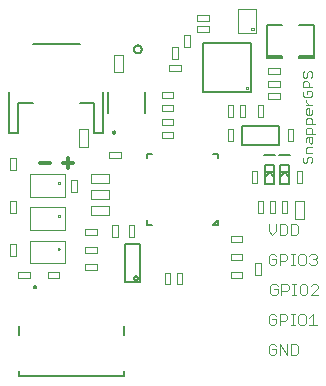
<source format=gbr>
G04 EAGLE Gerber RS-274X export*
G75*
%MOMM*%
%FSLAX34Y34*%
%LPD*%
%INSilkscreen Top*%
%IPPOS*%
%AMOC8*
5,1,8,0,0,1.08239X$1,22.5*%
G01*
%ADD10C,0.076200*%
%ADD11C,0.304800*%
%ADD12C,0.127000*%
%ADD13C,0.203200*%
%ADD14C,0.100000*%
%ADD15C,0.152400*%
%ADD16C,0.200000*%
%ADD17C,0.101600*%


D10*
X258016Y190081D02*
X256660Y188725D01*
X256660Y186014D01*
X258016Y184658D01*
X259372Y184658D01*
X260728Y186014D01*
X260728Y188725D01*
X262083Y190081D01*
X263439Y190081D01*
X264795Y188725D01*
X264795Y186014D01*
X263439Y184658D01*
X264795Y192844D02*
X259372Y192844D01*
X259372Y196911D01*
X260728Y198267D01*
X264795Y198267D01*
X259372Y202385D02*
X259372Y205097D01*
X260728Y206453D01*
X264795Y206453D01*
X264795Y202385D01*
X263439Y201030D01*
X262083Y202385D01*
X262083Y206453D01*
X259372Y209215D02*
X267507Y209215D01*
X259372Y209215D02*
X259372Y213283D01*
X260728Y214639D01*
X263439Y214639D01*
X264795Y213283D01*
X264795Y209215D01*
X267507Y217401D02*
X259372Y217401D01*
X259372Y221469D01*
X260728Y222824D01*
X263439Y222824D01*
X264795Y221469D01*
X264795Y217401D01*
X264795Y226943D02*
X264795Y229654D01*
X264795Y226943D02*
X263439Y225587D01*
X260728Y225587D01*
X259372Y226943D01*
X259372Y229654D01*
X260728Y231010D01*
X262083Y231010D01*
X262083Y225587D01*
X264795Y233773D02*
X259372Y233773D01*
X262083Y233773D02*
X259372Y236484D01*
X259372Y237840D01*
X256660Y244662D02*
X258016Y246017D01*
X256660Y244662D02*
X256660Y241950D01*
X258016Y240594D01*
X263439Y240594D01*
X264795Y241950D01*
X264795Y244662D01*
X263439Y246017D01*
X260728Y246017D01*
X260728Y243306D01*
X264795Y248780D02*
X256660Y248780D01*
X256660Y252847D01*
X258016Y254203D01*
X260728Y254203D01*
X262083Y252847D01*
X262083Y248780D01*
X256660Y261033D02*
X258016Y262389D01*
X256660Y261033D02*
X256660Y258322D01*
X258016Y256966D01*
X259372Y256966D01*
X260728Y258322D01*
X260728Y261033D01*
X262083Y262389D01*
X263439Y262389D01*
X264795Y261033D01*
X264795Y258322D01*
X263439Y256966D01*
X232668Y31631D02*
X234236Y30063D01*
X232668Y31631D02*
X229533Y31631D01*
X227965Y30063D01*
X227965Y23793D01*
X229533Y22225D01*
X232668Y22225D01*
X234236Y23793D01*
X234236Y26928D01*
X231100Y26928D01*
X237320Y22225D02*
X237320Y31631D01*
X243591Y22225D01*
X243591Y31631D01*
X246675Y31631D02*
X246675Y22225D01*
X251378Y22225D01*
X252946Y23793D01*
X252946Y30063D01*
X251378Y31631D01*
X246675Y31631D01*
X234236Y106263D02*
X232668Y107831D01*
X229533Y107831D01*
X227965Y106263D01*
X227965Y99993D01*
X229533Y98425D01*
X232668Y98425D01*
X234236Y99993D01*
X234236Y103128D01*
X231100Y103128D01*
X237320Y98425D02*
X237320Y107831D01*
X242023Y107831D01*
X243591Y106263D01*
X243591Y103128D01*
X242023Y101560D01*
X237320Y101560D01*
X246675Y98425D02*
X249811Y98425D01*
X248243Y98425D02*
X248243Y107831D01*
X246675Y107831D02*
X249811Y107831D01*
X254480Y107831D02*
X257615Y107831D01*
X254480Y107831D02*
X252912Y106263D01*
X252912Y99993D01*
X254480Y98425D01*
X257615Y98425D01*
X259183Y99993D01*
X259183Y106263D01*
X257615Y107831D01*
X262267Y106263D02*
X263835Y107831D01*
X266970Y107831D01*
X268538Y106263D01*
X268538Y104696D01*
X266970Y103128D01*
X265403Y103128D01*
X266970Y103128D02*
X268538Y101560D01*
X268538Y99993D01*
X266970Y98425D01*
X263835Y98425D01*
X262267Y99993D01*
X232668Y57031D02*
X234236Y55463D01*
X232668Y57031D02*
X229533Y57031D01*
X227965Y55463D01*
X227965Y49193D01*
X229533Y47625D01*
X232668Y47625D01*
X234236Y49193D01*
X234236Y52328D01*
X231100Y52328D01*
X237320Y47625D02*
X237320Y57031D01*
X242023Y57031D01*
X243591Y55463D01*
X243591Y52328D01*
X242023Y50760D01*
X237320Y50760D01*
X246675Y47625D02*
X249811Y47625D01*
X248243Y47625D02*
X248243Y57031D01*
X246675Y57031D02*
X249811Y57031D01*
X254480Y57031D02*
X257615Y57031D01*
X254480Y57031D02*
X252912Y55463D01*
X252912Y49193D01*
X254480Y47625D01*
X257615Y47625D01*
X259183Y49193D01*
X259183Y55463D01*
X257615Y57031D01*
X262267Y53896D02*
X265403Y57031D01*
X265403Y47625D01*
X268538Y47625D02*
X262267Y47625D01*
X235506Y80863D02*
X233938Y82431D01*
X230803Y82431D01*
X229235Y80863D01*
X229235Y74593D01*
X230803Y73025D01*
X233938Y73025D01*
X235506Y74593D01*
X235506Y77728D01*
X232370Y77728D01*
X238590Y73025D02*
X238590Y82431D01*
X243293Y82431D01*
X244861Y80863D01*
X244861Y77728D01*
X243293Y76160D01*
X238590Y76160D01*
X247945Y73025D02*
X251081Y73025D01*
X249513Y73025D02*
X249513Y82431D01*
X247945Y82431D02*
X251081Y82431D01*
X255750Y82431D02*
X258885Y82431D01*
X255750Y82431D02*
X254182Y80863D01*
X254182Y74593D01*
X255750Y73025D01*
X258885Y73025D01*
X260453Y74593D01*
X260453Y80863D01*
X258885Y82431D01*
X263537Y73025D02*
X269808Y73025D01*
X263537Y73025D02*
X269808Y79296D01*
X269808Y80863D01*
X268240Y82431D01*
X265105Y82431D01*
X263537Y80863D01*
X227965Y126960D02*
X227965Y133231D01*
X227965Y126960D02*
X231100Y123825D01*
X234236Y126960D01*
X234236Y133231D01*
X237320Y133231D02*
X237320Y123825D01*
X242023Y123825D01*
X243591Y125393D01*
X243591Y131663D01*
X242023Y133231D01*
X237320Y133231D01*
X246675Y133231D02*
X246675Y123825D01*
X251378Y123825D01*
X252946Y125393D01*
X252946Y131663D01*
X251378Y133231D01*
X246675Y133231D01*
D11*
X42800Y185000D02*
X34100Y185000D01*
X53900Y184900D02*
X62600Y184900D01*
X58300Y189200D02*
X58300Y180500D01*
D10*
X216194Y99996D02*
X216194Y89996D01*
X216194Y99996D02*
X221194Y99996D01*
X221194Y89996D01*
X216194Y89996D01*
X92690Y167650D02*
X77490Y167650D01*
X77490Y175250D01*
X92690Y175250D01*
X92690Y167650D01*
X154900Y91995D02*
X154900Y81995D01*
X149900Y81995D01*
X149900Y91995D01*
X154900Y91995D01*
X223480Y142320D02*
X223480Y152320D01*
X223480Y142320D02*
X218480Y142320D01*
X218480Y152320D01*
X223480Y152320D01*
X233640Y152320D02*
X233640Y142320D01*
X228640Y142320D01*
X228640Y152320D01*
X233640Y152320D01*
X257800Y152380D02*
X257800Y137180D01*
X250200Y137180D01*
X250200Y152380D01*
X257800Y152380D01*
X144740Y91995D02*
X144740Y81995D01*
X139740Y81995D01*
X139740Y91995D01*
X144740Y91995D01*
X243800Y142320D02*
X243800Y152320D01*
X243800Y142320D02*
X238800Y142320D01*
X238800Y152320D01*
X243800Y152320D01*
X92690Y154315D02*
X77490Y154315D01*
X77490Y161915D01*
X92690Y161915D01*
X92690Y154315D01*
X92690Y140980D02*
X77490Y140980D01*
X77490Y148580D01*
X92690Y148580D01*
X92690Y140980D01*
X243880Y203280D02*
X243880Y213280D01*
X248880Y213280D01*
X248880Y203280D01*
X243880Y203280D01*
X193080Y203280D02*
X193080Y213280D01*
X198080Y213280D01*
X198080Y203280D01*
X193080Y203280D01*
D12*
X236980Y200280D02*
X236980Y216280D01*
X236980Y200280D02*
X204980Y200280D01*
X204980Y216280D01*
X236980Y216280D01*
D13*
X184940Y132560D02*
X180956Y132560D01*
X184940Y132560D02*
X184940Y136544D01*
X128924Y132560D02*
X124940Y132560D01*
X124940Y136544D01*
X124940Y192560D02*
X128924Y192560D01*
X124940Y192560D02*
X124940Y188576D01*
X180956Y192560D02*
X184940Y192560D01*
X184940Y188576D01*
X184940Y136544D02*
X180956Y132560D01*
D12*
X113855Y87376D02*
X113857Y87455D01*
X113863Y87534D01*
X113873Y87613D01*
X113886Y87691D01*
X113904Y87768D01*
X113926Y87844D01*
X113951Y87919D01*
X113980Y87993D01*
X114012Y88065D01*
X114048Y88135D01*
X114088Y88204D01*
X114131Y88271D01*
X114177Y88335D01*
X114227Y88397D01*
X114279Y88456D01*
X114334Y88513D01*
X114392Y88567D01*
X114453Y88618D01*
X114516Y88665D01*
X114581Y88710D01*
X114649Y88751D01*
X114719Y88789D01*
X114790Y88823D01*
X114863Y88854D01*
X114937Y88881D01*
X115013Y88905D01*
X115090Y88924D01*
X115167Y88940D01*
X115246Y88952D01*
X115324Y88960D01*
X115403Y88964D01*
X115483Y88964D01*
X115562Y88960D01*
X115640Y88952D01*
X115719Y88940D01*
X115796Y88924D01*
X115873Y88905D01*
X115949Y88881D01*
X116023Y88854D01*
X116096Y88823D01*
X116167Y88789D01*
X116237Y88751D01*
X116305Y88710D01*
X116370Y88665D01*
X116433Y88618D01*
X116494Y88567D01*
X116552Y88513D01*
X116607Y88456D01*
X116659Y88397D01*
X116709Y88335D01*
X116755Y88271D01*
X116798Y88204D01*
X116838Y88135D01*
X116874Y88065D01*
X116906Y87993D01*
X116935Y87919D01*
X116960Y87844D01*
X116982Y87768D01*
X117000Y87691D01*
X117013Y87613D01*
X117023Y87534D01*
X117029Y87455D01*
X117031Y87376D01*
X117029Y87297D01*
X117023Y87218D01*
X117013Y87139D01*
X117000Y87061D01*
X116982Y86984D01*
X116960Y86908D01*
X116935Y86833D01*
X116906Y86759D01*
X116874Y86687D01*
X116838Y86617D01*
X116798Y86548D01*
X116755Y86481D01*
X116709Y86417D01*
X116659Y86355D01*
X116607Y86296D01*
X116552Y86239D01*
X116494Y86185D01*
X116433Y86134D01*
X116370Y86087D01*
X116305Y86042D01*
X116237Y86001D01*
X116167Y85963D01*
X116096Y85929D01*
X116023Y85898D01*
X115949Y85871D01*
X115873Y85847D01*
X115796Y85828D01*
X115719Y85812D01*
X115640Y85800D01*
X115562Y85792D01*
X115483Y85788D01*
X115403Y85788D01*
X115324Y85792D01*
X115246Y85800D01*
X115167Y85812D01*
X115090Y85828D01*
X115013Y85847D01*
X114937Y85871D01*
X114863Y85898D01*
X114790Y85929D01*
X114719Y85963D01*
X114649Y86001D01*
X114581Y86042D01*
X114516Y86087D01*
X114453Y86134D01*
X114392Y86185D01*
X114334Y86239D01*
X114279Y86296D01*
X114227Y86355D01*
X114177Y86417D01*
X114131Y86481D01*
X114088Y86548D01*
X114048Y86617D01*
X114012Y86687D01*
X113980Y86759D01*
X113951Y86833D01*
X113926Y86908D01*
X113904Y86984D01*
X113886Y87061D01*
X113873Y87139D01*
X113863Y87218D01*
X113857Y87297D01*
X113855Y87376D01*
X105918Y84201D02*
X105918Y115951D01*
X118618Y115951D01*
X118618Y84201D01*
X105918Y84201D01*
D10*
X156504Y283290D02*
X156504Y293290D01*
X161504Y293290D01*
X161504Y283290D01*
X156504Y283290D01*
D14*
X208755Y248130D02*
X208757Y248193D01*
X208763Y248255D01*
X208773Y248317D01*
X208786Y248379D01*
X208804Y248439D01*
X208825Y248498D01*
X208850Y248556D01*
X208879Y248612D01*
X208911Y248666D01*
X208946Y248718D01*
X208984Y248767D01*
X209026Y248815D01*
X209070Y248859D01*
X209118Y248901D01*
X209167Y248939D01*
X209219Y248974D01*
X209273Y249006D01*
X209329Y249035D01*
X209387Y249060D01*
X209446Y249081D01*
X209506Y249099D01*
X209568Y249112D01*
X209630Y249122D01*
X209692Y249128D01*
X209755Y249130D01*
X209818Y249128D01*
X209880Y249122D01*
X209942Y249112D01*
X210004Y249099D01*
X210064Y249081D01*
X210123Y249060D01*
X210181Y249035D01*
X210237Y249006D01*
X210291Y248974D01*
X210343Y248939D01*
X210392Y248901D01*
X210440Y248859D01*
X210484Y248815D01*
X210526Y248767D01*
X210564Y248718D01*
X210599Y248666D01*
X210631Y248612D01*
X210660Y248556D01*
X210685Y248498D01*
X210706Y248439D01*
X210724Y248379D01*
X210737Y248317D01*
X210747Y248255D01*
X210753Y248193D01*
X210755Y248130D01*
X210753Y248067D01*
X210747Y248005D01*
X210737Y247943D01*
X210724Y247881D01*
X210706Y247821D01*
X210685Y247762D01*
X210660Y247704D01*
X210631Y247648D01*
X210599Y247594D01*
X210564Y247542D01*
X210526Y247493D01*
X210484Y247445D01*
X210440Y247401D01*
X210392Y247359D01*
X210343Y247321D01*
X210291Y247286D01*
X210237Y247254D01*
X210181Y247225D01*
X210123Y247200D01*
X210064Y247179D01*
X210004Y247161D01*
X209942Y247148D01*
X209880Y247138D01*
X209818Y247132D01*
X209755Y247130D01*
X209692Y247132D01*
X209630Y247138D01*
X209568Y247148D01*
X209506Y247161D01*
X209446Y247179D01*
X209387Y247200D01*
X209329Y247225D01*
X209273Y247254D01*
X209219Y247286D01*
X209167Y247321D01*
X209118Y247359D01*
X209070Y247401D01*
X209026Y247445D01*
X208984Y247493D01*
X208946Y247542D01*
X208911Y247594D01*
X208879Y247648D01*
X208850Y247704D01*
X208825Y247762D01*
X208804Y247821D01*
X208786Y247881D01*
X208773Y247943D01*
X208763Y248005D01*
X208757Y248067D01*
X208755Y248130D01*
D15*
X212905Y285930D02*
X171905Y285930D01*
X171905Y244930D01*
X212905Y244930D01*
X212905Y285930D01*
D10*
X177466Y309840D02*
X167466Y309840D01*
X177466Y309840D02*
X177466Y304840D01*
X167466Y304840D01*
X167466Y309840D01*
X153590Y262930D02*
X143590Y262930D01*
X143590Y267930D01*
X153590Y267930D01*
X153590Y262930D01*
X146090Y273130D02*
X146090Y283130D01*
X151090Y283130D01*
X151090Y273130D01*
X146090Y273130D01*
X167466Y295315D02*
X177466Y295315D01*
X167466Y295315D02*
X167466Y300315D01*
X177466Y300315D01*
X177466Y295315D01*
X203240Y233600D02*
X203240Y223600D01*
X203240Y233600D02*
X208240Y233600D01*
X208240Y223600D01*
X203240Y223600D01*
X193080Y223600D02*
X193080Y233600D01*
X198080Y233600D01*
X198080Y223600D01*
X193080Y223600D01*
X218480Y223600D02*
X218480Y233600D01*
X223480Y233600D01*
X223480Y223600D01*
X218480Y223600D01*
X227410Y238800D02*
X237410Y238800D01*
X227410Y238800D02*
X227410Y243800D01*
X237410Y243800D01*
X237410Y238800D01*
X237410Y265390D02*
X227410Y265390D01*
X237410Y265390D02*
X237410Y260390D01*
X227410Y260390D01*
X227410Y265390D01*
D12*
X253380Y275290D02*
X266380Y275290D01*
X266380Y301290D01*
X226380Y301290D02*
X226380Y275290D01*
X239380Y275290D01*
X253380Y301290D02*
X266380Y301290D01*
X239380Y301290D02*
X226380Y301290D01*
X253380Y274290D02*
X266380Y274290D01*
X239380Y274290D02*
X226380Y274290D01*
X253380Y273290D02*
X266380Y273290D01*
X239380Y273290D02*
X226380Y273290D01*
X266380Y273290D02*
X266380Y275290D01*
X253380Y275290D02*
X253380Y273290D01*
X239380Y273290D02*
X239380Y275290D01*
X226380Y275290D02*
X226380Y273290D01*
D10*
X201550Y294800D02*
X201550Y314800D01*
X217550Y314800D01*
X217550Y294800D01*
X201550Y294800D01*
X212846Y298200D02*
X212848Y298269D01*
X212854Y298337D01*
X212864Y298405D01*
X212877Y298473D01*
X212895Y298539D01*
X212916Y298605D01*
X212941Y298669D01*
X212970Y298731D01*
X213002Y298792D01*
X213037Y298851D01*
X213076Y298908D01*
X213118Y298962D01*
X213163Y299014D01*
X213211Y299063D01*
X213262Y299110D01*
X213315Y299153D01*
X213370Y299194D01*
X213428Y299231D01*
X213488Y299265D01*
X213550Y299295D01*
X213613Y299322D01*
X213678Y299345D01*
X213744Y299364D01*
X213811Y299380D01*
X213879Y299392D01*
X213947Y299400D01*
X214016Y299404D01*
X214084Y299404D01*
X214153Y299400D01*
X214221Y299392D01*
X214289Y299380D01*
X214356Y299364D01*
X214422Y299345D01*
X214487Y299322D01*
X214550Y299295D01*
X214612Y299265D01*
X214672Y299231D01*
X214730Y299194D01*
X214785Y299153D01*
X214838Y299110D01*
X214889Y299063D01*
X214937Y299014D01*
X214982Y298962D01*
X215024Y298908D01*
X215063Y298851D01*
X215098Y298792D01*
X215130Y298731D01*
X215159Y298669D01*
X215184Y298605D01*
X215205Y298539D01*
X215223Y298473D01*
X215236Y298405D01*
X215246Y298337D01*
X215252Y298269D01*
X215254Y298200D01*
X215252Y298131D01*
X215246Y298063D01*
X215236Y297995D01*
X215223Y297927D01*
X215205Y297861D01*
X215184Y297795D01*
X215159Y297731D01*
X215130Y297669D01*
X215098Y297608D01*
X215063Y297549D01*
X215024Y297492D01*
X214982Y297438D01*
X214937Y297386D01*
X214889Y297337D01*
X214838Y297290D01*
X214785Y297247D01*
X214730Y297206D01*
X214672Y297169D01*
X214612Y297135D01*
X214550Y297105D01*
X214487Y297078D01*
X214422Y297055D01*
X214356Y297036D01*
X214289Y297020D01*
X214221Y297008D01*
X214153Y297000D01*
X214084Y296996D01*
X214016Y296996D01*
X213947Y297000D01*
X213879Y297008D01*
X213811Y297020D01*
X213744Y297036D01*
X213678Y297055D01*
X213613Y297078D01*
X213550Y297105D01*
X213488Y297135D01*
X213428Y297169D01*
X213370Y297206D01*
X213315Y297247D01*
X213262Y297290D01*
X213211Y297337D01*
X213163Y297386D01*
X213118Y297438D01*
X213076Y297492D01*
X213037Y297549D01*
X213002Y297608D01*
X212970Y297669D01*
X212941Y297731D01*
X212916Y297795D01*
X212895Y297861D01*
X212877Y297927D01*
X212864Y297995D01*
X212854Y298063D01*
X212848Y298131D01*
X212846Y298200D01*
X227410Y253960D02*
X237410Y253960D01*
X237410Y248960D01*
X227410Y248960D01*
X227410Y253960D01*
X205660Y118150D02*
X195660Y118150D01*
X195660Y123150D01*
X205660Y123150D01*
X205660Y118150D01*
X205660Y102910D02*
X195660Y102910D01*
X195660Y107910D01*
X205660Y107910D01*
X205660Y102910D01*
X205660Y87670D02*
X195660Y87670D01*
X195660Y92670D01*
X205660Y92670D01*
X205660Y87670D01*
X8676Y105744D02*
X8676Y115744D01*
X13676Y115744D01*
X13676Y105744D01*
X8676Y105744D01*
X92790Y188762D02*
X102790Y188762D01*
X92790Y188762D02*
X92790Y193762D01*
X102790Y193762D01*
X102790Y188762D01*
D12*
X236538Y191135D02*
X246063Y191135D01*
X241300Y176848D02*
X238125Y173673D01*
X241300Y176848D02*
X244475Y173673D01*
D15*
X237300Y177260D02*
X237300Y167260D01*
X237300Y177260D02*
X237300Y183260D01*
X245300Y183260D01*
X245300Y167260D02*
X237300Y167260D01*
X245300Y167260D02*
X245300Y177260D01*
X245300Y183260D01*
X245300Y177260D02*
X237300Y177260D01*
D12*
X233363Y191135D02*
X223838Y191135D01*
X228600Y176848D02*
X225425Y173673D01*
X228600Y176848D02*
X231775Y173673D01*
D15*
X224600Y177260D02*
X224600Y167260D01*
X224600Y177260D02*
X224600Y183260D01*
X232600Y183260D01*
X232600Y167260D02*
X224600Y167260D01*
X232600Y167260D02*
X232600Y177260D01*
X232600Y183260D01*
X232600Y177260D02*
X224600Y177260D01*
D13*
X8006Y210270D02*
X8006Y245270D01*
X8006Y210270D02*
X16006Y210270D01*
X16006Y235270D01*
X28006Y235270D01*
X68006Y235270D02*
X80006Y235270D01*
X80006Y210270D01*
X88006Y210270D01*
X88006Y245270D01*
X68006Y285270D02*
X28006Y285270D01*
D10*
X67574Y213340D02*
X67574Y198140D01*
X67574Y213340D02*
X75174Y213340D01*
X75174Y198140D01*
X67574Y198140D01*
X97292Y261386D02*
X97292Y276586D01*
X104892Y276586D01*
X104892Y261386D01*
X97292Y261386D01*
X100290Y132000D02*
X100290Y122000D01*
X95290Y122000D01*
X95290Y132000D01*
X100290Y132000D01*
X114260Y132000D02*
X114260Y122000D01*
X109260Y122000D01*
X109260Y132000D01*
X114260Y132000D01*
X82470Y113244D02*
X72470Y113244D01*
X82470Y113244D02*
X82470Y108244D01*
X72470Y108244D01*
X72470Y113244D01*
X72216Y123738D02*
X82216Y123738D01*
X72216Y123738D02*
X72216Y128738D01*
X82216Y128738D01*
X82216Y123738D01*
X13676Y179150D02*
X13676Y189150D01*
X13676Y179150D02*
X8676Y179150D01*
X8676Y189150D01*
X13676Y189150D01*
X13676Y152574D02*
X13676Y142574D01*
X8676Y142574D01*
X8676Y152574D01*
X13676Y152574D01*
X60746Y160100D02*
X60746Y170100D01*
X65746Y170100D01*
X65746Y160100D01*
X60746Y160100D01*
X256500Y167720D02*
X256500Y177720D01*
X256500Y167720D02*
X251500Y167720D01*
X251500Y177720D01*
X256500Y177720D01*
X218400Y177720D02*
X218400Y167720D01*
X213400Y167720D01*
X213400Y177720D01*
X218400Y177720D01*
X82470Y94274D02*
X72470Y94274D01*
X72470Y99274D01*
X82470Y99274D01*
X82470Y94274D01*
X137240Y222210D02*
X147240Y222210D01*
X147240Y217210D01*
X137240Y217210D01*
X137240Y222210D01*
X137240Y233640D02*
X147240Y233640D01*
X147240Y228640D01*
X137240Y228640D01*
X137240Y233640D01*
X137240Y205780D02*
X147240Y205780D01*
X137240Y205780D02*
X137240Y210780D01*
X147240Y210780D01*
X147240Y205780D01*
X147240Y240070D02*
X137240Y240070D01*
X137240Y245070D01*
X147240Y245070D01*
X147240Y240070D01*
X25828Y87670D02*
X15828Y87670D01*
X15828Y92670D01*
X25828Y92670D01*
X25828Y87670D01*
X40720Y92670D02*
X50720Y92670D01*
X50720Y87670D01*
X40720Y87670D01*
X40720Y92670D01*
D12*
X105660Y46814D02*
X105660Y39164D01*
X105660Y8564D02*
X105660Y4364D01*
X16260Y4364D01*
X16260Y8564D01*
X16260Y39164D02*
X16260Y46814D01*
D16*
X28960Y79864D02*
X28962Y79927D01*
X28968Y79989D01*
X28978Y80051D01*
X28991Y80113D01*
X29009Y80173D01*
X29030Y80232D01*
X29055Y80290D01*
X29084Y80346D01*
X29116Y80400D01*
X29151Y80452D01*
X29189Y80501D01*
X29231Y80549D01*
X29275Y80593D01*
X29323Y80635D01*
X29372Y80673D01*
X29424Y80708D01*
X29478Y80740D01*
X29534Y80769D01*
X29592Y80794D01*
X29651Y80815D01*
X29711Y80833D01*
X29773Y80846D01*
X29835Y80856D01*
X29897Y80862D01*
X29960Y80864D01*
X30023Y80862D01*
X30085Y80856D01*
X30147Y80846D01*
X30209Y80833D01*
X30269Y80815D01*
X30328Y80794D01*
X30386Y80769D01*
X30442Y80740D01*
X30496Y80708D01*
X30548Y80673D01*
X30597Y80635D01*
X30645Y80593D01*
X30689Y80549D01*
X30731Y80501D01*
X30769Y80452D01*
X30804Y80400D01*
X30836Y80346D01*
X30865Y80290D01*
X30890Y80232D01*
X30911Y80173D01*
X30929Y80113D01*
X30942Y80051D01*
X30952Y79989D01*
X30958Y79927D01*
X30960Y79864D01*
X30958Y79801D01*
X30952Y79739D01*
X30942Y79677D01*
X30929Y79615D01*
X30911Y79555D01*
X30890Y79496D01*
X30865Y79438D01*
X30836Y79382D01*
X30804Y79328D01*
X30769Y79276D01*
X30731Y79227D01*
X30689Y79179D01*
X30645Y79135D01*
X30597Y79093D01*
X30548Y79055D01*
X30496Y79020D01*
X30442Y78988D01*
X30386Y78959D01*
X30328Y78934D01*
X30269Y78913D01*
X30209Y78895D01*
X30147Y78882D01*
X30085Y78872D01*
X30023Y78866D01*
X29960Y78864D01*
X29897Y78866D01*
X29835Y78872D01*
X29773Y78882D01*
X29711Y78895D01*
X29651Y78913D01*
X29592Y78934D01*
X29534Y78959D01*
X29478Y78988D01*
X29424Y79020D01*
X29372Y79055D01*
X29323Y79093D01*
X29275Y79135D01*
X29231Y79179D01*
X29189Y79227D01*
X29151Y79276D01*
X29116Y79328D01*
X29084Y79382D01*
X29055Y79438D01*
X29030Y79496D01*
X29009Y79555D01*
X28991Y79615D01*
X28978Y79677D01*
X28968Y79739D01*
X28962Y79801D01*
X28960Y79864D01*
D17*
X49379Y111674D02*
X49381Y111727D01*
X49387Y111779D01*
X49397Y111831D01*
X49410Y111882D01*
X49428Y111932D01*
X49449Y111981D01*
X49474Y112028D01*
X49502Y112072D01*
X49533Y112115D01*
X49568Y112155D01*
X49605Y112192D01*
X49645Y112227D01*
X49688Y112258D01*
X49733Y112286D01*
X49779Y112311D01*
X49828Y112332D01*
X49878Y112350D01*
X49929Y112363D01*
X49981Y112373D01*
X50033Y112379D01*
X50086Y112381D01*
X50139Y112379D01*
X50191Y112373D01*
X50243Y112363D01*
X50294Y112350D01*
X50344Y112332D01*
X50393Y112311D01*
X50440Y112286D01*
X50484Y112258D01*
X50527Y112227D01*
X50567Y112192D01*
X50604Y112155D01*
X50639Y112115D01*
X50670Y112072D01*
X50698Y112027D01*
X50723Y111981D01*
X50744Y111932D01*
X50762Y111882D01*
X50775Y111831D01*
X50785Y111779D01*
X50791Y111727D01*
X50793Y111674D01*
X50791Y111621D01*
X50785Y111569D01*
X50775Y111517D01*
X50762Y111466D01*
X50744Y111416D01*
X50723Y111367D01*
X50698Y111320D01*
X50670Y111276D01*
X50639Y111233D01*
X50604Y111193D01*
X50567Y111156D01*
X50527Y111121D01*
X50484Y111090D01*
X50439Y111062D01*
X50393Y111037D01*
X50344Y111016D01*
X50294Y110998D01*
X50243Y110985D01*
X50191Y110975D01*
X50139Y110969D01*
X50086Y110967D01*
X50033Y110969D01*
X49981Y110975D01*
X49929Y110985D01*
X49878Y110998D01*
X49828Y111016D01*
X49779Y111037D01*
X49732Y111062D01*
X49688Y111090D01*
X49645Y111121D01*
X49605Y111156D01*
X49568Y111193D01*
X49533Y111233D01*
X49502Y111276D01*
X49474Y111321D01*
X49449Y111367D01*
X49428Y111416D01*
X49410Y111466D01*
X49397Y111517D01*
X49387Y111569D01*
X49381Y111621D01*
X49379Y111674D01*
X55386Y99974D02*
X25386Y99974D01*
X25386Y118974D01*
X55386Y118974D02*
X55386Y99974D01*
X55386Y118974D02*
X25386Y118974D01*
D12*
X91488Y226912D02*
X91488Y244512D01*
X122888Y244512D02*
X122888Y226912D01*
D16*
X96188Y210712D02*
X96190Y210775D01*
X96196Y210837D01*
X96206Y210899D01*
X96219Y210961D01*
X96237Y211021D01*
X96258Y211080D01*
X96283Y211138D01*
X96312Y211194D01*
X96344Y211248D01*
X96379Y211300D01*
X96417Y211349D01*
X96459Y211397D01*
X96503Y211441D01*
X96551Y211483D01*
X96600Y211521D01*
X96652Y211556D01*
X96706Y211588D01*
X96762Y211617D01*
X96820Y211642D01*
X96879Y211663D01*
X96939Y211681D01*
X97001Y211694D01*
X97063Y211704D01*
X97125Y211710D01*
X97188Y211712D01*
X97251Y211710D01*
X97313Y211704D01*
X97375Y211694D01*
X97437Y211681D01*
X97497Y211663D01*
X97556Y211642D01*
X97614Y211617D01*
X97670Y211588D01*
X97724Y211556D01*
X97776Y211521D01*
X97825Y211483D01*
X97873Y211441D01*
X97917Y211397D01*
X97959Y211349D01*
X97997Y211300D01*
X98032Y211248D01*
X98064Y211194D01*
X98093Y211138D01*
X98118Y211080D01*
X98139Y211021D01*
X98157Y210961D01*
X98170Y210899D01*
X98180Y210837D01*
X98186Y210775D01*
X98188Y210712D01*
X98186Y210649D01*
X98180Y210587D01*
X98170Y210525D01*
X98157Y210463D01*
X98139Y210403D01*
X98118Y210344D01*
X98093Y210286D01*
X98064Y210230D01*
X98032Y210176D01*
X97997Y210124D01*
X97959Y210075D01*
X97917Y210027D01*
X97873Y209983D01*
X97825Y209941D01*
X97776Y209903D01*
X97724Y209868D01*
X97670Y209836D01*
X97614Y209807D01*
X97556Y209782D01*
X97497Y209761D01*
X97437Y209743D01*
X97375Y209730D01*
X97313Y209720D01*
X97251Y209714D01*
X97188Y209712D01*
X97125Y209714D01*
X97063Y209720D01*
X97001Y209730D01*
X96939Y209743D01*
X96879Y209761D01*
X96820Y209782D01*
X96762Y209807D01*
X96706Y209836D01*
X96652Y209868D01*
X96600Y209903D01*
X96551Y209941D01*
X96503Y209983D01*
X96459Y210027D01*
X96417Y210075D01*
X96379Y210124D01*
X96344Y210176D01*
X96312Y210230D01*
X96283Y210286D01*
X96258Y210344D01*
X96237Y210403D01*
X96219Y210463D01*
X96206Y210525D01*
X96196Y210587D01*
X96190Y210649D01*
X96188Y210712D01*
D12*
X113804Y281068D02*
X113806Y281183D01*
X113812Y281297D01*
X113822Y281411D01*
X113836Y281525D01*
X113854Y281638D01*
X113875Y281751D01*
X113901Y281863D01*
X113931Y281973D01*
X113964Y282083D01*
X114001Y282191D01*
X114042Y282298D01*
X114086Y282404D01*
X114135Y282508D01*
X114186Y282610D01*
X114242Y282711D01*
X114300Y282809D01*
X114362Y282905D01*
X114428Y283000D01*
X114497Y283091D01*
X114568Y283181D01*
X114643Y283268D01*
X114721Y283352D01*
X114802Y283433D01*
X114885Y283512D01*
X114971Y283587D01*
X115060Y283660D01*
X115151Y283729D01*
X115245Y283795D01*
X115341Y283858D01*
X115438Y283918D01*
X115538Y283974D01*
X115640Y284027D01*
X115744Y284076D01*
X115849Y284121D01*
X115956Y284163D01*
X116064Y284201D01*
X116173Y284236D01*
X116284Y284266D01*
X116395Y284293D01*
X116508Y284315D01*
X116621Y284334D01*
X116734Y284349D01*
X116848Y284360D01*
X116963Y284367D01*
X117077Y284370D01*
X117192Y284369D01*
X117306Y284364D01*
X117421Y284355D01*
X117535Y284342D01*
X117648Y284325D01*
X117761Y284304D01*
X117873Y284280D01*
X117984Y284251D01*
X118094Y284219D01*
X118202Y284183D01*
X118310Y284143D01*
X118416Y284099D01*
X118520Y284052D01*
X118623Y284001D01*
X118724Y283947D01*
X118823Y283889D01*
X118920Y283827D01*
X119014Y283763D01*
X119107Y283695D01*
X119197Y283624D01*
X119284Y283550D01*
X119369Y283473D01*
X119451Y283393D01*
X119530Y283310D01*
X119607Y283224D01*
X119680Y283136D01*
X119750Y283046D01*
X119817Y282953D01*
X119881Y282858D01*
X119941Y282760D01*
X119998Y282661D01*
X120052Y282559D01*
X120102Y282456D01*
X120148Y282351D01*
X120191Y282245D01*
X120230Y282137D01*
X120265Y282028D01*
X120297Y281918D01*
X120324Y281807D01*
X120348Y281695D01*
X120368Y281582D01*
X120384Y281468D01*
X120396Y281354D01*
X120404Y281240D01*
X120408Y281125D01*
X120408Y281011D01*
X120404Y280896D01*
X120396Y280782D01*
X120384Y280668D01*
X120368Y280554D01*
X120348Y280441D01*
X120324Y280329D01*
X120297Y280218D01*
X120265Y280108D01*
X120230Y279999D01*
X120191Y279891D01*
X120148Y279785D01*
X120102Y279680D01*
X120052Y279577D01*
X119998Y279475D01*
X119941Y279376D01*
X119881Y279278D01*
X119817Y279183D01*
X119750Y279090D01*
X119680Y279000D01*
X119607Y278912D01*
X119530Y278826D01*
X119451Y278743D01*
X119369Y278663D01*
X119284Y278586D01*
X119197Y278512D01*
X119107Y278441D01*
X119014Y278373D01*
X118920Y278309D01*
X118823Y278247D01*
X118724Y278189D01*
X118623Y278135D01*
X118520Y278084D01*
X118416Y278037D01*
X118310Y277993D01*
X118202Y277953D01*
X118094Y277917D01*
X117984Y277885D01*
X117873Y277856D01*
X117761Y277832D01*
X117648Y277811D01*
X117535Y277794D01*
X117421Y277781D01*
X117306Y277772D01*
X117192Y277767D01*
X117077Y277766D01*
X116963Y277769D01*
X116848Y277776D01*
X116734Y277787D01*
X116621Y277802D01*
X116508Y277821D01*
X116395Y277843D01*
X116284Y277870D01*
X116173Y277900D01*
X116064Y277935D01*
X115956Y277973D01*
X115849Y278015D01*
X115744Y278060D01*
X115640Y278109D01*
X115538Y278162D01*
X115438Y278218D01*
X115341Y278278D01*
X115245Y278341D01*
X115151Y278407D01*
X115060Y278476D01*
X114971Y278549D01*
X114885Y278624D01*
X114802Y278703D01*
X114721Y278784D01*
X114643Y278868D01*
X114568Y278955D01*
X114497Y279045D01*
X114428Y279136D01*
X114362Y279231D01*
X114300Y279327D01*
X114242Y279425D01*
X114186Y279526D01*
X114135Y279628D01*
X114086Y279732D01*
X114042Y279838D01*
X114001Y279945D01*
X113964Y280053D01*
X113931Y280163D01*
X113901Y280273D01*
X113875Y280385D01*
X113854Y280498D01*
X113836Y280611D01*
X113822Y280725D01*
X113812Y280839D01*
X113806Y280953D01*
X113804Y281068D01*
D17*
X49633Y139868D02*
X49635Y139921D01*
X49641Y139973D01*
X49651Y140025D01*
X49664Y140076D01*
X49682Y140126D01*
X49703Y140175D01*
X49728Y140222D01*
X49756Y140266D01*
X49787Y140309D01*
X49822Y140349D01*
X49859Y140386D01*
X49899Y140421D01*
X49942Y140452D01*
X49987Y140480D01*
X50033Y140505D01*
X50082Y140526D01*
X50132Y140544D01*
X50183Y140557D01*
X50235Y140567D01*
X50287Y140573D01*
X50340Y140575D01*
X50393Y140573D01*
X50445Y140567D01*
X50497Y140557D01*
X50548Y140544D01*
X50598Y140526D01*
X50647Y140505D01*
X50694Y140480D01*
X50738Y140452D01*
X50781Y140421D01*
X50821Y140386D01*
X50858Y140349D01*
X50893Y140309D01*
X50924Y140266D01*
X50952Y140221D01*
X50977Y140175D01*
X50998Y140126D01*
X51016Y140076D01*
X51029Y140025D01*
X51039Y139973D01*
X51045Y139921D01*
X51047Y139868D01*
X51045Y139815D01*
X51039Y139763D01*
X51029Y139711D01*
X51016Y139660D01*
X50998Y139610D01*
X50977Y139561D01*
X50952Y139514D01*
X50924Y139470D01*
X50893Y139427D01*
X50858Y139387D01*
X50821Y139350D01*
X50781Y139315D01*
X50738Y139284D01*
X50693Y139256D01*
X50647Y139231D01*
X50598Y139210D01*
X50548Y139192D01*
X50497Y139179D01*
X50445Y139169D01*
X50393Y139163D01*
X50340Y139161D01*
X50287Y139163D01*
X50235Y139169D01*
X50183Y139179D01*
X50132Y139192D01*
X50082Y139210D01*
X50033Y139231D01*
X49986Y139256D01*
X49942Y139284D01*
X49899Y139315D01*
X49859Y139350D01*
X49822Y139387D01*
X49787Y139427D01*
X49756Y139470D01*
X49728Y139515D01*
X49703Y139561D01*
X49682Y139610D01*
X49664Y139660D01*
X49651Y139711D01*
X49641Y139763D01*
X49635Y139815D01*
X49633Y139868D01*
X55640Y128168D02*
X25640Y128168D01*
X25640Y147168D01*
X55640Y147168D02*
X55640Y128168D01*
X55640Y147168D02*
X25640Y147168D01*
X49633Y167808D02*
X49635Y167861D01*
X49641Y167913D01*
X49651Y167965D01*
X49664Y168016D01*
X49682Y168066D01*
X49703Y168115D01*
X49728Y168162D01*
X49756Y168206D01*
X49787Y168249D01*
X49822Y168289D01*
X49859Y168326D01*
X49899Y168361D01*
X49942Y168392D01*
X49987Y168420D01*
X50033Y168445D01*
X50082Y168466D01*
X50132Y168484D01*
X50183Y168497D01*
X50235Y168507D01*
X50287Y168513D01*
X50340Y168515D01*
X50393Y168513D01*
X50445Y168507D01*
X50497Y168497D01*
X50548Y168484D01*
X50598Y168466D01*
X50647Y168445D01*
X50694Y168420D01*
X50738Y168392D01*
X50781Y168361D01*
X50821Y168326D01*
X50858Y168289D01*
X50893Y168249D01*
X50924Y168206D01*
X50952Y168161D01*
X50977Y168115D01*
X50998Y168066D01*
X51016Y168016D01*
X51029Y167965D01*
X51039Y167913D01*
X51045Y167861D01*
X51047Y167808D01*
X51045Y167755D01*
X51039Y167703D01*
X51029Y167651D01*
X51016Y167600D01*
X50998Y167550D01*
X50977Y167501D01*
X50952Y167454D01*
X50924Y167410D01*
X50893Y167367D01*
X50858Y167327D01*
X50821Y167290D01*
X50781Y167255D01*
X50738Y167224D01*
X50693Y167196D01*
X50647Y167171D01*
X50598Y167150D01*
X50548Y167132D01*
X50497Y167119D01*
X50445Y167109D01*
X50393Y167103D01*
X50340Y167101D01*
X50287Y167103D01*
X50235Y167109D01*
X50183Y167119D01*
X50132Y167132D01*
X50082Y167150D01*
X50033Y167171D01*
X49986Y167196D01*
X49942Y167224D01*
X49899Y167255D01*
X49859Y167290D01*
X49822Y167327D01*
X49787Y167367D01*
X49756Y167410D01*
X49728Y167455D01*
X49703Y167501D01*
X49682Y167550D01*
X49664Y167600D01*
X49651Y167651D01*
X49641Y167703D01*
X49635Y167755D01*
X49633Y167808D01*
X55640Y156108D02*
X25640Y156108D01*
X25640Y175108D01*
X55640Y175108D02*
X55640Y156108D01*
X55640Y175108D02*
X25640Y175108D01*
M02*

</source>
